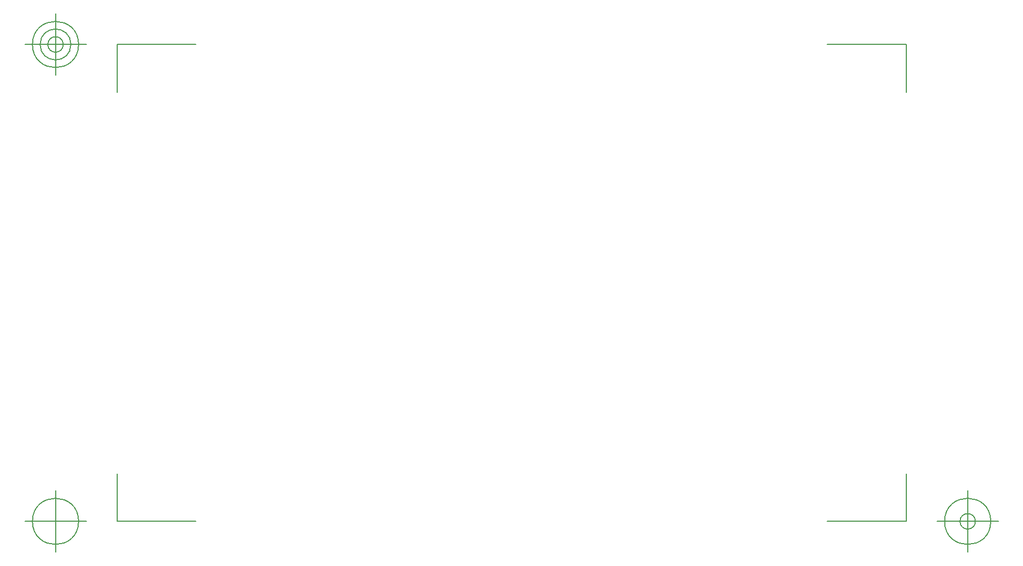
<source format=gbr>
G04 Generated by Ultiboard 12.0 *
%FSLAX25Y25*%
%MOIN*%

%ADD10C,0.00001*%
%ADD11C,0.00500*%


G04 ColorRGB 006666 for the following layer *
%LNPaste Mask Top*%
%LPD*%
G54D10*
G54D11*
X-2500Y-2500D02*
X-2500Y28000D01*
X-2500Y-2500D02*
X48000Y-2500D01*
X502500Y-2500D02*
X452000Y-2500D01*
X502500Y-2500D02*
X502500Y28000D01*
X502500Y302500D02*
X502500Y272000D01*
X502500Y302500D02*
X452000Y302500D01*
X-2500Y302500D02*
X48000Y302500D01*
X-2500Y302500D02*
X-2500Y272000D01*
X-22185Y-2500D02*
X-61555Y-2500D01*
X-41870Y-22185D02*
X-41870Y17185D01*
X-56634Y-2500D02*
G75*
D01*
G02X-56634Y-2500I14764J0*
G01*
X522185Y-2500D02*
X561555Y-2500D01*
X541870Y-22185D02*
X541870Y17185D01*
X527106Y-2500D02*
G75*
D01*
G02X527106Y-2500I14764J0*
G01*
X536949Y-2500D02*
G75*
D01*
G02X536949Y-2500I4921J0*
G01*
X-22185Y302500D02*
X-61555Y302500D01*
X-41870Y282815D02*
X-41870Y322185D01*
X-56634Y302500D02*
G75*
D01*
G02X-56634Y302500I14764J0*
G01*
X-51713Y302500D02*
G75*
D01*
G02X-51713Y302500I9843J0*
G01*
X-46791Y302500D02*
G75*
D01*
G02X-46791Y302500I4921J0*
G01*

M00*

</source>
